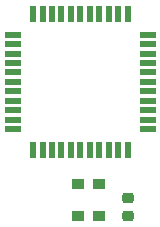
<source format=gbr>
%TF.GenerationSoftware,KiCad,Pcbnew,6.0.7-f9a2dced07~116~ubuntu22.04.1*%
%TF.CreationDate,2022-08-21T16:12:58+02:00*%
%TF.ProjectId,cpld,63706c64-2e6b-4696-9361-645f70636258,rev?*%
%TF.SameCoordinates,Original*%
%TF.FileFunction,Paste,Bot*%
%TF.FilePolarity,Positive*%
%FSLAX46Y46*%
G04 Gerber Fmt 4.6, Leading zero omitted, Abs format (unit mm)*
G04 Created by KiCad (PCBNEW 6.0.7-f9a2dced07~116~ubuntu22.04.1) date 2022-08-21 16:12:58*
%MOMM*%
%LPD*%
G01*
G04 APERTURE LIST*
G04 Aperture macros list*
%AMRoundRect*
0 Rectangle with rounded corners*
0 $1 Rounding radius*
0 $2 $3 $4 $5 $6 $7 $8 $9 X,Y pos of 4 corners*
0 Add a 4 corners polygon primitive as box body*
4,1,4,$2,$3,$4,$5,$6,$7,$8,$9,$2,$3,0*
0 Add four circle primitives for the rounded corners*
1,1,$1+$1,$2,$3*
1,1,$1+$1,$4,$5*
1,1,$1+$1,$6,$7*
1,1,$1+$1,$8,$9*
0 Add four rect primitives between the rounded corners*
20,1,$1+$1,$2,$3,$4,$5,0*
20,1,$1+$1,$4,$5,$6,$7,0*
20,1,$1+$1,$6,$7,$8,$9,0*
20,1,$1+$1,$8,$9,$2,$3,0*%
G04 Aperture macros list end*
%ADD10R,1.475000X0.600000*%
%ADD11R,0.600000X1.475000*%
%ADD12R,1.090000X0.850000*%
%ADD13RoundRect,0.225000X-0.250000X0.225000X-0.250000X-0.225000X0.250000X-0.225000X0.250000X0.225000X0*%
G04 APERTURE END LIST*
D10*
%TO.C,IC2*%
X135362000Y-90000000D03*
X135362000Y-89200000D03*
X135362000Y-88400000D03*
X135362000Y-87600000D03*
X135362000Y-86800000D03*
X135362000Y-86000000D03*
X135362000Y-85200000D03*
X135362000Y-84400000D03*
X135362000Y-83600000D03*
X135362000Y-82800000D03*
X135362000Y-82000000D03*
D11*
X137100000Y-80262000D03*
X137900000Y-80262000D03*
X138700000Y-80262000D03*
X139500000Y-80262000D03*
X140300000Y-80262000D03*
X141100000Y-80262000D03*
X141900000Y-80262000D03*
X142700000Y-80262000D03*
X143500000Y-80262000D03*
X144300000Y-80262000D03*
X145100000Y-80262000D03*
D10*
X146838000Y-82000000D03*
X146838000Y-82800000D03*
X146838000Y-83600000D03*
X146838000Y-84400000D03*
X146838000Y-85200000D03*
X146838000Y-86000000D03*
X146838000Y-86800000D03*
X146838000Y-87600000D03*
X146838000Y-88400000D03*
X146838000Y-89200000D03*
X146838000Y-90000000D03*
D11*
X145100000Y-91738000D03*
X144300000Y-91738000D03*
X143500000Y-91738000D03*
X142700000Y-91738000D03*
X141900000Y-91738000D03*
X141100000Y-91738000D03*
X140300000Y-91738000D03*
X139500000Y-91738000D03*
X138700000Y-91738000D03*
X137900000Y-91738000D03*
X137100000Y-91738000D03*
%TD*%
D12*
%TO.C,Y1*%
X140905000Y-97347500D03*
X140905000Y-94617500D03*
X142695000Y-94617500D03*
X142695000Y-97347500D03*
%TD*%
D13*
%TO.C,C9*%
X145100000Y-95825000D03*
X145100000Y-97375000D03*
%TD*%
M02*

</source>
